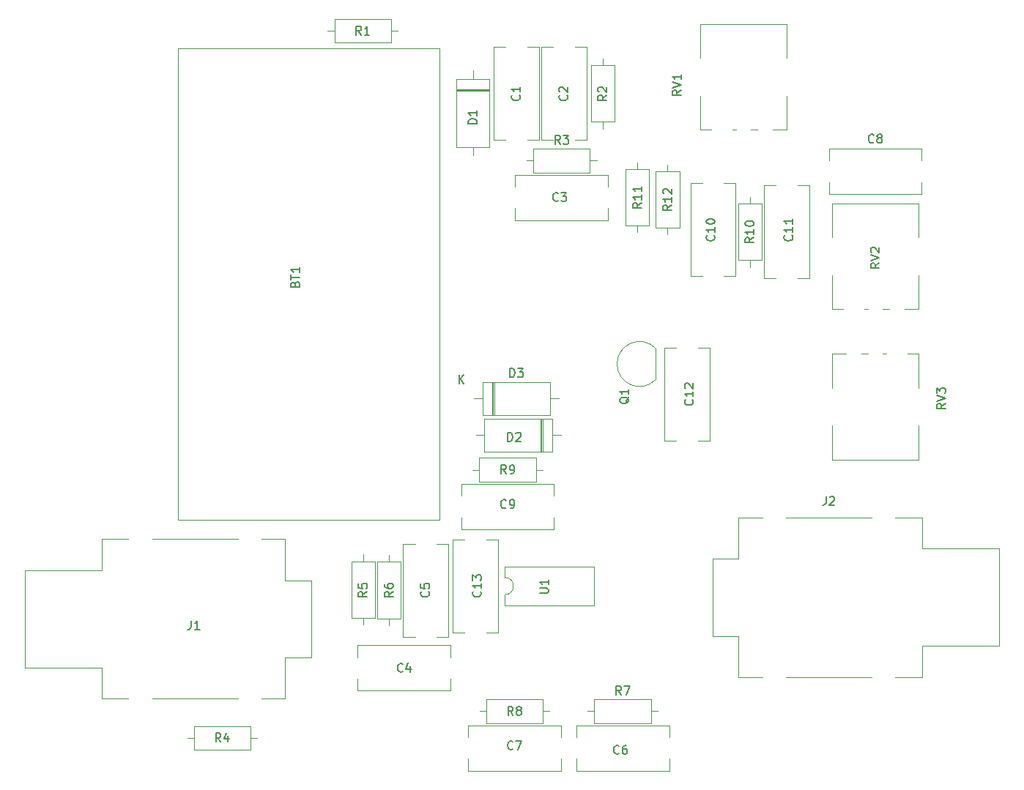
<source format=gbr>
%TF.GenerationSoftware,KiCad,Pcbnew,7.0.7*%
%TF.CreationDate,2024-03-10T16:06:42-05:00*%
%TF.ProjectId,Distortion,44697374-6f72-4746-996f-6e2e6b696361,rev?*%
%TF.SameCoordinates,Original*%
%TF.FileFunction,Legend,Top*%
%TF.FilePolarity,Positive*%
%FSLAX46Y46*%
G04 Gerber Fmt 4.6, Leading zero omitted, Abs format (unit mm)*
G04 Created by KiCad (PCBNEW 7.0.7) date 2024-03-10 16:06:42*
%MOMM*%
%LPD*%
G01*
G04 APERTURE LIST*
%ADD10C,0.150000*%
%ADD11C,0.120000*%
G04 APERTURE END LIST*
D10*
X167204819Y-120761904D02*
X168014342Y-120761904D01*
X168014342Y-120761904D02*
X168109580Y-120714285D01*
X168109580Y-120714285D02*
X168157200Y-120666666D01*
X168157200Y-120666666D02*
X168204819Y-120571428D01*
X168204819Y-120571428D02*
X168204819Y-120380952D01*
X168204819Y-120380952D02*
X168157200Y-120285714D01*
X168157200Y-120285714D02*
X168109580Y-120238095D01*
X168109580Y-120238095D02*
X168014342Y-120190476D01*
X168014342Y-120190476D02*
X167204819Y-120190476D01*
X168204819Y-119190476D02*
X168204819Y-119761904D01*
X168204819Y-119476190D02*
X167204819Y-119476190D01*
X167204819Y-119476190D02*
X167347676Y-119571428D01*
X167347676Y-119571428D02*
X167442914Y-119666666D01*
X167442914Y-119666666D02*
X167490533Y-119761904D01*
X214104819Y-98845238D02*
X213628628Y-99178571D01*
X214104819Y-99416666D02*
X213104819Y-99416666D01*
X213104819Y-99416666D02*
X213104819Y-99035714D01*
X213104819Y-99035714D02*
X213152438Y-98940476D01*
X213152438Y-98940476D02*
X213200057Y-98892857D01*
X213200057Y-98892857D02*
X213295295Y-98845238D01*
X213295295Y-98845238D02*
X213438152Y-98845238D01*
X213438152Y-98845238D02*
X213533390Y-98892857D01*
X213533390Y-98892857D02*
X213581009Y-98940476D01*
X213581009Y-98940476D02*
X213628628Y-99035714D01*
X213628628Y-99035714D02*
X213628628Y-99416666D01*
X213104819Y-98559523D02*
X214104819Y-98226190D01*
X214104819Y-98226190D02*
X213104819Y-97892857D01*
X213104819Y-97654761D02*
X213104819Y-97035714D01*
X213104819Y-97035714D02*
X213485771Y-97369047D01*
X213485771Y-97369047D02*
X213485771Y-97226190D01*
X213485771Y-97226190D02*
X213533390Y-97130952D01*
X213533390Y-97130952D02*
X213581009Y-97083333D01*
X213581009Y-97083333D02*
X213676247Y-97035714D01*
X213676247Y-97035714D02*
X213914342Y-97035714D01*
X213914342Y-97035714D02*
X214009580Y-97083333D01*
X214009580Y-97083333D02*
X214057200Y-97130952D01*
X214057200Y-97130952D02*
X214104819Y-97226190D01*
X214104819Y-97226190D02*
X214104819Y-97511904D01*
X214104819Y-97511904D02*
X214057200Y-97607142D01*
X214057200Y-97607142D02*
X214009580Y-97654761D01*
X206454819Y-82595238D02*
X205978628Y-82928571D01*
X206454819Y-83166666D02*
X205454819Y-83166666D01*
X205454819Y-83166666D02*
X205454819Y-82785714D01*
X205454819Y-82785714D02*
X205502438Y-82690476D01*
X205502438Y-82690476D02*
X205550057Y-82642857D01*
X205550057Y-82642857D02*
X205645295Y-82595238D01*
X205645295Y-82595238D02*
X205788152Y-82595238D01*
X205788152Y-82595238D02*
X205883390Y-82642857D01*
X205883390Y-82642857D02*
X205931009Y-82690476D01*
X205931009Y-82690476D02*
X205978628Y-82785714D01*
X205978628Y-82785714D02*
X205978628Y-83166666D01*
X205454819Y-82309523D02*
X206454819Y-81976190D01*
X206454819Y-81976190D02*
X205454819Y-81642857D01*
X205550057Y-81357142D02*
X205502438Y-81309523D01*
X205502438Y-81309523D02*
X205454819Y-81214285D01*
X205454819Y-81214285D02*
X205454819Y-80976190D01*
X205454819Y-80976190D02*
X205502438Y-80880952D01*
X205502438Y-80880952D02*
X205550057Y-80833333D01*
X205550057Y-80833333D02*
X205645295Y-80785714D01*
X205645295Y-80785714D02*
X205740533Y-80785714D01*
X205740533Y-80785714D02*
X205883390Y-80833333D01*
X205883390Y-80833333D02*
X206454819Y-81404761D01*
X206454819Y-81404761D02*
X206454819Y-80785714D01*
X183554819Y-62595238D02*
X183078628Y-62928571D01*
X183554819Y-63166666D02*
X182554819Y-63166666D01*
X182554819Y-63166666D02*
X182554819Y-62785714D01*
X182554819Y-62785714D02*
X182602438Y-62690476D01*
X182602438Y-62690476D02*
X182650057Y-62642857D01*
X182650057Y-62642857D02*
X182745295Y-62595238D01*
X182745295Y-62595238D02*
X182888152Y-62595238D01*
X182888152Y-62595238D02*
X182983390Y-62642857D01*
X182983390Y-62642857D02*
X183031009Y-62690476D01*
X183031009Y-62690476D02*
X183078628Y-62785714D01*
X183078628Y-62785714D02*
X183078628Y-63166666D01*
X182554819Y-62309523D02*
X183554819Y-61976190D01*
X183554819Y-61976190D02*
X182554819Y-61642857D01*
X183554819Y-60785714D02*
X183554819Y-61357142D01*
X183554819Y-61071428D02*
X182554819Y-61071428D01*
X182554819Y-61071428D02*
X182697676Y-61166666D01*
X182697676Y-61166666D02*
X182792914Y-61261904D01*
X182792914Y-61261904D02*
X182840533Y-61357142D01*
X182454819Y-75892857D02*
X181978628Y-76226190D01*
X182454819Y-76464285D02*
X181454819Y-76464285D01*
X181454819Y-76464285D02*
X181454819Y-76083333D01*
X181454819Y-76083333D02*
X181502438Y-75988095D01*
X181502438Y-75988095D02*
X181550057Y-75940476D01*
X181550057Y-75940476D02*
X181645295Y-75892857D01*
X181645295Y-75892857D02*
X181788152Y-75892857D01*
X181788152Y-75892857D02*
X181883390Y-75940476D01*
X181883390Y-75940476D02*
X181931009Y-75988095D01*
X181931009Y-75988095D02*
X181978628Y-76083333D01*
X181978628Y-76083333D02*
X181978628Y-76464285D01*
X182454819Y-74940476D02*
X182454819Y-75511904D01*
X182454819Y-75226190D02*
X181454819Y-75226190D01*
X181454819Y-75226190D02*
X181597676Y-75321428D01*
X181597676Y-75321428D02*
X181692914Y-75416666D01*
X181692914Y-75416666D02*
X181740533Y-75511904D01*
X181550057Y-74559523D02*
X181502438Y-74511904D01*
X181502438Y-74511904D02*
X181454819Y-74416666D01*
X181454819Y-74416666D02*
X181454819Y-74178571D01*
X181454819Y-74178571D02*
X181502438Y-74083333D01*
X181502438Y-74083333D02*
X181550057Y-74035714D01*
X181550057Y-74035714D02*
X181645295Y-73988095D01*
X181645295Y-73988095D02*
X181740533Y-73988095D01*
X181740533Y-73988095D02*
X181883390Y-74035714D01*
X181883390Y-74035714D02*
X182454819Y-74607142D01*
X182454819Y-74607142D02*
X182454819Y-73988095D01*
X178954819Y-75642857D02*
X178478628Y-75976190D01*
X178954819Y-76214285D02*
X177954819Y-76214285D01*
X177954819Y-76214285D02*
X177954819Y-75833333D01*
X177954819Y-75833333D02*
X178002438Y-75738095D01*
X178002438Y-75738095D02*
X178050057Y-75690476D01*
X178050057Y-75690476D02*
X178145295Y-75642857D01*
X178145295Y-75642857D02*
X178288152Y-75642857D01*
X178288152Y-75642857D02*
X178383390Y-75690476D01*
X178383390Y-75690476D02*
X178431009Y-75738095D01*
X178431009Y-75738095D02*
X178478628Y-75833333D01*
X178478628Y-75833333D02*
X178478628Y-76214285D01*
X178954819Y-74690476D02*
X178954819Y-75261904D01*
X178954819Y-74976190D02*
X177954819Y-74976190D01*
X177954819Y-74976190D02*
X178097676Y-75071428D01*
X178097676Y-75071428D02*
X178192914Y-75166666D01*
X178192914Y-75166666D02*
X178240533Y-75261904D01*
X178954819Y-73738095D02*
X178954819Y-74309523D01*
X178954819Y-74023809D02*
X177954819Y-74023809D01*
X177954819Y-74023809D02*
X178097676Y-74119047D01*
X178097676Y-74119047D02*
X178192914Y-74214285D01*
X178192914Y-74214285D02*
X178240533Y-74309523D01*
X191954819Y-79642857D02*
X191478628Y-79976190D01*
X191954819Y-80214285D02*
X190954819Y-80214285D01*
X190954819Y-80214285D02*
X190954819Y-79833333D01*
X190954819Y-79833333D02*
X191002438Y-79738095D01*
X191002438Y-79738095D02*
X191050057Y-79690476D01*
X191050057Y-79690476D02*
X191145295Y-79642857D01*
X191145295Y-79642857D02*
X191288152Y-79642857D01*
X191288152Y-79642857D02*
X191383390Y-79690476D01*
X191383390Y-79690476D02*
X191431009Y-79738095D01*
X191431009Y-79738095D02*
X191478628Y-79833333D01*
X191478628Y-79833333D02*
X191478628Y-80214285D01*
X191954819Y-78690476D02*
X191954819Y-79261904D01*
X191954819Y-78976190D02*
X190954819Y-78976190D01*
X190954819Y-78976190D02*
X191097676Y-79071428D01*
X191097676Y-79071428D02*
X191192914Y-79166666D01*
X191192914Y-79166666D02*
X191240533Y-79261904D01*
X190954819Y-78071428D02*
X190954819Y-77976190D01*
X190954819Y-77976190D02*
X191002438Y-77880952D01*
X191002438Y-77880952D02*
X191050057Y-77833333D01*
X191050057Y-77833333D02*
X191145295Y-77785714D01*
X191145295Y-77785714D02*
X191335771Y-77738095D01*
X191335771Y-77738095D02*
X191573866Y-77738095D01*
X191573866Y-77738095D02*
X191764342Y-77785714D01*
X191764342Y-77785714D02*
X191859580Y-77833333D01*
X191859580Y-77833333D02*
X191907200Y-77880952D01*
X191907200Y-77880952D02*
X191954819Y-77976190D01*
X191954819Y-77976190D02*
X191954819Y-78071428D01*
X191954819Y-78071428D02*
X191907200Y-78166666D01*
X191907200Y-78166666D02*
X191859580Y-78214285D01*
X191859580Y-78214285D02*
X191764342Y-78261904D01*
X191764342Y-78261904D02*
X191573866Y-78309523D01*
X191573866Y-78309523D02*
X191335771Y-78309523D01*
X191335771Y-78309523D02*
X191145295Y-78261904D01*
X191145295Y-78261904D02*
X191050057Y-78214285D01*
X191050057Y-78214285D02*
X191002438Y-78166666D01*
X191002438Y-78166666D02*
X190954819Y-78071428D01*
X163333333Y-106954819D02*
X163000000Y-106478628D01*
X162761905Y-106954819D02*
X162761905Y-105954819D01*
X162761905Y-105954819D02*
X163142857Y-105954819D01*
X163142857Y-105954819D02*
X163238095Y-106002438D01*
X163238095Y-106002438D02*
X163285714Y-106050057D01*
X163285714Y-106050057D02*
X163333333Y-106145295D01*
X163333333Y-106145295D02*
X163333333Y-106288152D01*
X163333333Y-106288152D02*
X163285714Y-106383390D01*
X163285714Y-106383390D02*
X163238095Y-106431009D01*
X163238095Y-106431009D02*
X163142857Y-106478628D01*
X163142857Y-106478628D02*
X162761905Y-106478628D01*
X163809524Y-106954819D02*
X164000000Y-106954819D01*
X164000000Y-106954819D02*
X164095238Y-106907200D01*
X164095238Y-106907200D02*
X164142857Y-106859580D01*
X164142857Y-106859580D02*
X164238095Y-106716723D01*
X164238095Y-106716723D02*
X164285714Y-106526247D01*
X164285714Y-106526247D02*
X164285714Y-106145295D01*
X164285714Y-106145295D02*
X164238095Y-106050057D01*
X164238095Y-106050057D02*
X164190476Y-106002438D01*
X164190476Y-106002438D02*
X164095238Y-105954819D01*
X164095238Y-105954819D02*
X163904762Y-105954819D01*
X163904762Y-105954819D02*
X163809524Y-106002438D01*
X163809524Y-106002438D02*
X163761905Y-106050057D01*
X163761905Y-106050057D02*
X163714286Y-106145295D01*
X163714286Y-106145295D02*
X163714286Y-106383390D01*
X163714286Y-106383390D02*
X163761905Y-106478628D01*
X163761905Y-106478628D02*
X163809524Y-106526247D01*
X163809524Y-106526247D02*
X163904762Y-106573866D01*
X163904762Y-106573866D02*
X164095238Y-106573866D01*
X164095238Y-106573866D02*
X164190476Y-106526247D01*
X164190476Y-106526247D02*
X164238095Y-106478628D01*
X164238095Y-106478628D02*
X164285714Y-106383390D01*
X164133333Y-134879819D02*
X163800000Y-134403628D01*
X163561905Y-134879819D02*
X163561905Y-133879819D01*
X163561905Y-133879819D02*
X163942857Y-133879819D01*
X163942857Y-133879819D02*
X164038095Y-133927438D01*
X164038095Y-133927438D02*
X164085714Y-133975057D01*
X164085714Y-133975057D02*
X164133333Y-134070295D01*
X164133333Y-134070295D02*
X164133333Y-134213152D01*
X164133333Y-134213152D02*
X164085714Y-134308390D01*
X164085714Y-134308390D02*
X164038095Y-134356009D01*
X164038095Y-134356009D02*
X163942857Y-134403628D01*
X163942857Y-134403628D02*
X163561905Y-134403628D01*
X164704762Y-134308390D02*
X164609524Y-134260771D01*
X164609524Y-134260771D02*
X164561905Y-134213152D01*
X164561905Y-134213152D02*
X164514286Y-134117914D01*
X164514286Y-134117914D02*
X164514286Y-134070295D01*
X164514286Y-134070295D02*
X164561905Y-133975057D01*
X164561905Y-133975057D02*
X164609524Y-133927438D01*
X164609524Y-133927438D02*
X164704762Y-133879819D01*
X164704762Y-133879819D02*
X164895238Y-133879819D01*
X164895238Y-133879819D02*
X164990476Y-133927438D01*
X164990476Y-133927438D02*
X165038095Y-133975057D01*
X165038095Y-133975057D02*
X165085714Y-134070295D01*
X165085714Y-134070295D02*
X165085714Y-134117914D01*
X165085714Y-134117914D02*
X165038095Y-134213152D01*
X165038095Y-134213152D02*
X164990476Y-134260771D01*
X164990476Y-134260771D02*
X164895238Y-134308390D01*
X164895238Y-134308390D02*
X164704762Y-134308390D01*
X164704762Y-134308390D02*
X164609524Y-134356009D01*
X164609524Y-134356009D02*
X164561905Y-134403628D01*
X164561905Y-134403628D02*
X164514286Y-134498866D01*
X164514286Y-134498866D02*
X164514286Y-134689342D01*
X164514286Y-134689342D02*
X164561905Y-134784580D01*
X164561905Y-134784580D02*
X164609524Y-134832200D01*
X164609524Y-134832200D02*
X164704762Y-134879819D01*
X164704762Y-134879819D02*
X164895238Y-134879819D01*
X164895238Y-134879819D02*
X164990476Y-134832200D01*
X164990476Y-134832200D02*
X165038095Y-134784580D01*
X165038095Y-134784580D02*
X165085714Y-134689342D01*
X165085714Y-134689342D02*
X165085714Y-134498866D01*
X165085714Y-134498866D02*
X165038095Y-134403628D01*
X165038095Y-134403628D02*
X164990476Y-134356009D01*
X164990476Y-134356009D02*
X164895238Y-134308390D01*
X176633333Y-132509819D02*
X176300000Y-132033628D01*
X176061905Y-132509819D02*
X176061905Y-131509819D01*
X176061905Y-131509819D02*
X176442857Y-131509819D01*
X176442857Y-131509819D02*
X176538095Y-131557438D01*
X176538095Y-131557438D02*
X176585714Y-131605057D01*
X176585714Y-131605057D02*
X176633333Y-131700295D01*
X176633333Y-131700295D02*
X176633333Y-131843152D01*
X176633333Y-131843152D02*
X176585714Y-131938390D01*
X176585714Y-131938390D02*
X176538095Y-131986009D01*
X176538095Y-131986009D02*
X176442857Y-132033628D01*
X176442857Y-132033628D02*
X176061905Y-132033628D01*
X176966667Y-131509819D02*
X177633333Y-131509819D01*
X177633333Y-131509819D02*
X177204762Y-132509819D01*
X150254819Y-120591666D02*
X149778628Y-120924999D01*
X150254819Y-121163094D02*
X149254819Y-121163094D01*
X149254819Y-121163094D02*
X149254819Y-120782142D01*
X149254819Y-120782142D02*
X149302438Y-120686904D01*
X149302438Y-120686904D02*
X149350057Y-120639285D01*
X149350057Y-120639285D02*
X149445295Y-120591666D01*
X149445295Y-120591666D02*
X149588152Y-120591666D01*
X149588152Y-120591666D02*
X149683390Y-120639285D01*
X149683390Y-120639285D02*
X149731009Y-120686904D01*
X149731009Y-120686904D02*
X149778628Y-120782142D01*
X149778628Y-120782142D02*
X149778628Y-121163094D01*
X149254819Y-119734523D02*
X149254819Y-119924999D01*
X149254819Y-119924999D02*
X149302438Y-120020237D01*
X149302438Y-120020237D02*
X149350057Y-120067856D01*
X149350057Y-120067856D02*
X149492914Y-120163094D01*
X149492914Y-120163094D02*
X149683390Y-120210713D01*
X149683390Y-120210713D02*
X150064342Y-120210713D01*
X150064342Y-120210713D02*
X150159580Y-120163094D01*
X150159580Y-120163094D02*
X150207200Y-120115475D01*
X150207200Y-120115475D02*
X150254819Y-120020237D01*
X150254819Y-120020237D02*
X150254819Y-119829761D01*
X150254819Y-119829761D02*
X150207200Y-119734523D01*
X150207200Y-119734523D02*
X150159580Y-119686904D01*
X150159580Y-119686904D02*
X150064342Y-119639285D01*
X150064342Y-119639285D02*
X149826247Y-119639285D01*
X149826247Y-119639285D02*
X149731009Y-119686904D01*
X149731009Y-119686904D02*
X149683390Y-119734523D01*
X149683390Y-119734523D02*
X149635771Y-119829761D01*
X149635771Y-119829761D02*
X149635771Y-120020237D01*
X149635771Y-120020237D02*
X149683390Y-120115475D01*
X149683390Y-120115475D02*
X149731009Y-120163094D01*
X149731009Y-120163094D02*
X149826247Y-120210713D01*
X147254819Y-120591666D02*
X146778628Y-120924999D01*
X147254819Y-121163094D02*
X146254819Y-121163094D01*
X146254819Y-121163094D02*
X146254819Y-120782142D01*
X146254819Y-120782142D02*
X146302438Y-120686904D01*
X146302438Y-120686904D02*
X146350057Y-120639285D01*
X146350057Y-120639285D02*
X146445295Y-120591666D01*
X146445295Y-120591666D02*
X146588152Y-120591666D01*
X146588152Y-120591666D02*
X146683390Y-120639285D01*
X146683390Y-120639285D02*
X146731009Y-120686904D01*
X146731009Y-120686904D02*
X146778628Y-120782142D01*
X146778628Y-120782142D02*
X146778628Y-121163094D01*
X146254819Y-119686904D02*
X146254819Y-120163094D01*
X146254819Y-120163094D02*
X146731009Y-120210713D01*
X146731009Y-120210713D02*
X146683390Y-120163094D01*
X146683390Y-120163094D02*
X146635771Y-120067856D01*
X146635771Y-120067856D02*
X146635771Y-119829761D01*
X146635771Y-119829761D02*
X146683390Y-119734523D01*
X146683390Y-119734523D02*
X146731009Y-119686904D01*
X146731009Y-119686904D02*
X146826247Y-119639285D01*
X146826247Y-119639285D02*
X147064342Y-119639285D01*
X147064342Y-119639285D02*
X147159580Y-119686904D01*
X147159580Y-119686904D02*
X147207200Y-119734523D01*
X147207200Y-119734523D02*
X147254819Y-119829761D01*
X147254819Y-119829761D02*
X147254819Y-120067856D01*
X147254819Y-120067856D02*
X147207200Y-120163094D01*
X147207200Y-120163094D02*
X147159580Y-120210713D01*
X130333333Y-137954819D02*
X130000000Y-137478628D01*
X129761905Y-137954819D02*
X129761905Y-136954819D01*
X129761905Y-136954819D02*
X130142857Y-136954819D01*
X130142857Y-136954819D02*
X130238095Y-137002438D01*
X130238095Y-137002438D02*
X130285714Y-137050057D01*
X130285714Y-137050057D02*
X130333333Y-137145295D01*
X130333333Y-137145295D02*
X130333333Y-137288152D01*
X130333333Y-137288152D02*
X130285714Y-137383390D01*
X130285714Y-137383390D02*
X130238095Y-137431009D01*
X130238095Y-137431009D02*
X130142857Y-137478628D01*
X130142857Y-137478628D02*
X129761905Y-137478628D01*
X131190476Y-137288152D02*
X131190476Y-137954819D01*
X130952381Y-136907200D02*
X130714286Y-137621485D01*
X130714286Y-137621485D02*
X131333333Y-137621485D01*
X169583333Y-68834819D02*
X169250000Y-68358628D01*
X169011905Y-68834819D02*
X169011905Y-67834819D01*
X169011905Y-67834819D02*
X169392857Y-67834819D01*
X169392857Y-67834819D02*
X169488095Y-67882438D01*
X169488095Y-67882438D02*
X169535714Y-67930057D01*
X169535714Y-67930057D02*
X169583333Y-68025295D01*
X169583333Y-68025295D02*
X169583333Y-68168152D01*
X169583333Y-68168152D02*
X169535714Y-68263390D01*
X169535714Y-68263390D02*
X169488095Y-68311009D01*
X169488095Y-68311009D02*
X169392857Y-68358628D01*
X169392857Y-68358628D02*
X169011905Y-68358628D01*
X169916667Y-67834819D02*
X170535714Y-67834819D01*
X170535714Y-67834819D02*
X170202381Y-68215771D01*
X170202381Y-68215771D02*
X170345238Y-68215771D01*
X170345238Y-68215771D02*
X170440476Y-68263390D01*
X170440476Y-68263390D02*
X170488095Y-68311009D01*
X170488095Y-68311009D02*
X170535714Y-68406247D01*
X170535714Y-68406247D02*
X170535714Y-68644342D01*
X170535714Y-68644342D02*
X170488095Y-68739580D01*
X170488095Y-68739580D02*
X170440476Y-68787200D01*
X170440476Y-68787200D02*
X170345238Y-68834819D01*
X170345238Y-68834819D02*
X170059524Y-68834819D01*
X170059524Y-68834819D02*
X169964286Y-68787200D01*
X169964286Y-68787200D02*
X169916667Y-68739580D01*
X174954819Y-63166666D02*
X174478628Y-63499999D01*
X174954819Y-63738094D02*
X173954819Y-63738094D01*
X173954819Y-63738094D02*
X173954819Y-63357142D01*
X173954819Y-63357142D02*
X174002438Y-63261904D01*
X174002438Y-63261904D02*
X174050057Y-63214285D01*
X174050057Y-63214285D02*
X174145295Y-63166666D01*
X174145295Y-63166666D02*
X174288152Y-63166666D01*
X174288152Y-63166666D02*
X174383390Y-63214285D01*
X174383390Y-63214285D02*
X174431009Y-63261904D01*
X174431009Y-63261904D02*
X174478628Y-63357142D01*
X174478628Y-63357142D02*
X174478628Y-63738094D01*
X174050057Y-62785713D02*
X174002438Y-62738094D01*
X174002438Y-62738094D02*
X173954819Y-62642856D01*
X173954819Y-62642856D02*
X173954819Y-62404761D01*
X173954819Y-62404761D02*
X174002438Y-62309523D01*
X174002438Y-62309523D02*
X174050057Y-62261904D01*
X174050057Y-62261904D02*
X174145295Y-62214285D01*
X174145295Y-62214285D02*
X174240533Y-62214285D01*
X174240533Y-62214285D02*
X174383390Y-62261904D01*
X174383390Y-62261904D02*
X174954819Y-62833332D01*
X174954819Y-62833332D02*
X174954819Y-62214285D01*
X146583333Y-56204819D02*
X146250000Y-55728628D01*
X146011905Y-56204819D02*
X146011905Y-55204819D01*
X146011905Y-55204819D02*
X146392857Y-55204819D01*
X146392857Y-55204819D02*
X146488095Y-55252438D01*
X146488095Y-55252438D02*
X146535714Y-55300057D01*
X146535714Y-55300057D02*
X146583333Y-55395295D01*
X146583333Y-55395295D02*
X146583333Y-55538152D01*
X146583333Y-55538152D02*
X146535714Y-55633390D01*
X146535714Y-55633390D02*
X146488095Y-55681009D01*
X146488095Y-55681009D02*
X146392857Y-55728628D01*
X146392857Y-55728628D02*
X146011905Y-55728628D01*
X147535714Y-56204819D02*
X146964286Y-56204819D01*
X147250000Y-56204819D02*
X147250000Y-55204819D01*
X147250000Y-55204819D02*
X147154762Y-55347676D01*
X147154762Y-55347676D02*
X147059524Y-55442914D01*
X147059524Y-55442914D02*
X146964286Y-55490533D01*
X177550057Y-98095238D02*
X177502438Y-98190476D01*
X177502438Y-98190476D02*
X177407200Y-98285714D01*
X177407200Y-98285714D02*
X177264342Y-98428571D01*
X177264342Y-98428571D02*
X177216723Y-98523809D01*
X177216723Y-98523809D02*
X177216723Y-98619047D01*
X177454819Y-98571428D02*
X177407200Y-98666666D01*
X177407200Y-98666666D02*
X177311961Y-98761904D01*
X177311961Y-98761904D02*
X177121485Y-98809523D01*
X177121485Y-98809523D02*
X176788152Y-98809523D01*
X176788152Y-98809523D02*
X176597676Y-98761904D01*
X176597676Y-98761904D02*
X176502438Y-98666666D01*
X176502438Y-98666666D02*
X176454819Y-98571428D01*
X176454819Y-98571428D02*
X176454819Y-98380952D01*
X176454819Y-98380952D02*
X176502438Y-98285714D01*
X176502438Y-98285714D02*
X176597676Y-98190476D01*
X176597676Y-98190476D02*
X176788152Y-98142857D01*
X176788152Y-98142857D02*
X177121485Y-98142857D01*
X177121485Y-98142857D02*
X177311961Y-98190476D01*
X177311961Y-98190476D02*
X177407200Y-98285714D01*
X177407200Y-98285714D02*
X177454819Y-98380952D01*
X177454819Y-98380952D02*
X177454819Y-98571428D01*
X177454819Y-97190476D02*
X177454819Y-97761904D01*
X177454819Y-97476190D02*
X176454819Y-97476190D01*
X176454819Y-97476190D02*
X176597676Y-97571428D01*
X176597676Y-97571428D02*
X176692914Y-97666666D01*
X176692914Y-97666666D02*
X176740533Y-97761904D01*
X200291666Y-109589819D02*
X200291666Y-110304104D01*
X200291666Y-110304104D02*
X200244047Y-110446961D01*
X200244047Y-110446961D02*
X200148809Y-110542200D01*
X200148809Y-110542200D02*
X200005952Y-110589819D01*
X200005952Y-110589819D02*
X199910714Y-110589819D01*
X200720238Y-109685057D02*
X200767857Y-109637438D01*
X200767857Y-109637438D02*
X200863095Y-109589819D01*
X200863095Y-109589819D02*
X201101190Y-109589819D01*
X201101190Y-109589819D02*
X201196428Y-109637438D01*
X201196428Y-109637438D02*
X201244047Y-109685057D01*
X201244047Y-109685057D02*
X201291666Y-109780295D01*
X201291666Y-109780295D02*
X201291666Y-109875533D01*
X201291666Y-109875533D02*
X201244047Y-110018390D01*
X201244047Y-110018390D02*
X200672619Y-110589819D01*
X200672619Y-110589819D02*
X201291666Y-110589819D01*
X126916666Y-123954819D02*
X126916666Y-124669104D01*
X126916666Y-124669104D02*
X126869047Y-124811961D01*
X126869047Y-124811961D02*
X126773809Y-124907200D01*
X126773809Y-124907200D02*
X126630952Y-124954819D01*
X126630952Y-124954819D02*
X126535714Y-124954819D01*
X127916666Y-124954819D02*
X127345238Y-124954819D01*
X127630952Y-124954819D02*
X127630952Y-123954819D01*
X127630952Y-123954819D02*
X127535714Y-124097676D01*
X127535714Y-124097676D02*
X127440476Y-124192914D01*
X127440476Y-124192914D02*
X127345238Y-124240533D01*
X163761905Y-95784819D02*
X163761905Y-94784819D01*
X163761905Y-94784819D02*
X164000000Y-94784819D01*
X164000000Y-94784819D02*
X164142857Y-94832438D01*
X164142857Y-94832438D02*
X164238095Y-94927676D01*
X164238095Y-94927676D02*
X164285714Y-95022914D01*
X164285714Y-95022914D02*
X164333333Y-95213390D01*
X164333333Y-95213390D02*
X164333333Y-95356247D01*
X164333333Y-95356247D02*
X164285714Y-95546723D01*
X164285714Y-95546723D02*
X164238095Y-95641961D01*
X164238095Y-95641961D02*
X164142857Y-95737200D01*
X164142857Y-95737200D02*
X164000000Y-95784819D01*
X164000000Y-95784819D02*
X163761905Y-95784819D01*
X164666667Y-94784819D02*
X165285714Y-94784819D01*
X165285714Y-94784819D02*
X164952381Y-95165771D01*
X164952381Y-95165771D02*
X165095238Y-95165771D01*
X165095238Y-95165771D02*
X165190476Y-95213390D01*
X165190476Y-95213390D02*
X165238095Y-95261009D01*
X165238095Y-95261009D02*
X165285714Y-95356247D01*
X165285714Y-95356247D02*
X165285714Y-95594342D01*
X165285714Y-95594342D02*
X165238095Y-95689580D01*
X165238095Y-95689580D02*
X165190476Y-95737200D01*
X165190476Y-95737200D02*
X165095238Y-95784819D01*
X165095238Y-95784819D02*
X164809524Y-95784819D01*
X164809524Y-95784819D02*
X164714286Y-95737200D01*
X164714286Y-95737200D02*
X164666667Y-95689580D01*
X157888095Y-96504819D02*
X157888095Y-95504819D01*
X158459523Y-96504819D02*
X158030952Y-95933390D01*
X158459523Y-95504819D02*
X157888095Y-96076247D01*
X163511905Y-103204819D02*
X163511905Y-102204819D01*
X163511905Y-102204819D02*
X163750000Y-102204819D01*
X163750000Y-102204819D02*
X163892857Y-102252438D01*
X163892857Y-102252438D02*
X163988095Y-102347676D01*
X163988095Y-102347676D02*
X164035714Y-102442914D01*
X164035714Y-102442914D02*
X164083333Y-102633390D01*
X164083333Y-102633390D02*
X164083333Y-102776247D01*
X164083333Y-102776247D02*
X164035714Y-102966723D01*
X164035714Y-102966723D02*
X163988095Y-103061961D01*
X163988095Y-103061961D02*
X163892857Y-103157200D01*
X163892857Y-103157200D02*
X163750000Y-103204819D01*
X163750000Y-103204819D02*
X163511905Y-103204819D01*
X164464286Y-102300057D02*
X164511905Y-102252438D01*
X164511905Y-102252438D02*
X164607143Y-102204819D01*
X164607143Y-102204819D02*
X164845238Y-102204819D01*
X164845238Y-102204819D02*
X164940476Y-102252438D01*
X164940476Y-102252438D02*
X164988095Y-102300057D01*
X164988095Y-102300057D02*
X165035714Y-102395295D01*
X165035714Y-102395295D02*
X165035714Y-102490533D01*
X165035714Y-102490533D02*
X164988095Y-102633390D01*
X164988095Y-102633390D02*
X164416667Y-103204819D01*
X164416667Y-103204819D02*
X165035714Y-103204819D01*
X159954819Y-66488094D02*
X158954819Y-66488094D01*
X158954819Y-66488094D02*
X158954819Y-66249999D01*
X158954819Y-66249999D02*
X159002438Y-66107142D01*
X159002438Y-66107142D02*
X159097676Y-66011904D01*
X159097676Y-66011904D02*
X159192914Y-65964285D01*
X159192914Y-65964285D02*
X159383390Y-65916666D01*
X159383390Y-65916666D02*
X159526247Y-65916666D01*
X159526247Y-65916666D02*
X159716723Y-65964285D01*
X159716723Y-65964285D02*
X159811961Y-66011904D01*
X159811961Y-66011904D02*
X159907200Y-66107142D01*
X159907200Y-66107142D02*
X159954819Y-66249999D01*
X159954819Y-66249999D02*
X159954819Y-66488094D01*
X159954819Y-64964285D02*
X159954819Y-65535713D01*
X159954819Y-65249999D02*
X158954819Y-65249999D01*
X158954819Y-65249999D02*
X159097676Y-65345237D01*
X159097676Y-65345237D02*
X159192914Y-65440475D01*
X159192914Y-65440475D02*
X159240533Y-65535713D01*
X160359580Y-120567857D02*
X160407200Y-120615476D01*
X160407200Y-120615476D02*
X160454819Y-120758333D01*
X160454819Y-120758333D02*
X160454819Y-120853571D01*
X160454819Y-120853571D02*
X160407200Y-120996428D01*
X160407200Y-120996428D02*
X160311961Y-121091666D01*
X160311961Y-121091666D02*
X160216723Y-121139285D01*
X160216723Y-121139285D02*
X160026247Y-121186904D01*
X160026247Y-121186904D02*
X159883390Y-121186904D01*
X159883390Y-121186904D02*
X159692914Y-121139285D01*
X159692914Y-121139285D02*
X159597676Y-121091666D01*
X159597676Y-121091666D02*
X159502438Y-120996428D01*
X159502438Y-120996428D02*
X159454819Y-120853571D01*
X159454819Y-120853571D02*
X159454819Y-120758333D01*
X159454819Y-120758333D02*
X159502438Y-120615476D01*
X159502438Y-120615476D02*
X159550057Y-120567857D01*
X160454819Y-119615476D02*
X160454819Y-120186904D01*
X160454819Y-119901190D02*
X159454819Y-119901190D01*
X159454819Y-119901190D02*
X159597676Y-119996428D01*
X159597676Y-119996428D02*
X159692914Y-120091666D01*
X159692914Y-120091666D02*
X159740533Y-120186904D01*
X159454819Y-119282142D02*
X159454819Y-118663095D01*
X159454819Y-118663095D02*
X159835771Y-118996428D01*
X159835771Y-118996428D02*
X159835771Y-118853571D01*
X159835771Y-118853571D02*
X159883390Y-118758333D01*
X159883390Y-118758333D02*
X159931009Y-118710714D01*
X159931009Y-118710714D02*
X160026247Y-118663095D01*
X160026247Y-118663095D02*
X160264342Y-118663095D01*
X160264342Y-118663095D02*
X160359580Y-118710714D01*
X160359580Y-118710714D02*
X160407200Y-118758333D01*
X160407200Y-118758333D02*
X160454819Y-118853571D01*
X160454819Y-118853571D02*
X160454819Y-119139285D01*
X160454819Y-119139285D02*
X160407200Y-119234523D01*
X160407200Y-119234523D02*
X160359580Y-119282142D01*
X184859580Y-98392857D02*
X184907200Y-98440476D01*
X184907200Y-98440476D02*
X184954819Y-98583333D01*
X184954819Y-98583333D02*
X184954819Y-98678571D01*
X184954819Y-98678571D02*
X184907200Y-98821428D01*
X184907200Y-98821428D02*
X184811961Y-98916666D01*
X184811961Y-98916666D02*
X184716723Y-98964285D01*
X184716723Y-98964285D02*
X184526247Y-99011904D01*
X184526247Y-99011904D02*
X184383390Y-99011904D01*
X184383390Y-99011904D02*
X184192914Y-98964285D01*
X184192914Y-98964285D02*
X184097676Y-98916666D01*
X184097676Y-98916666D02*
X184002438Y-98821428D01*
X184002438Y-98821428D02*
X183954819Y-98678571D01*
X183954819Y-98678571D02*
X183954819Y-98583333D01*
X183954819Y-98583333D02*
X184002438Y-98440476D01*
X184002438Y-98440476D02*
X184050057Y-98392857D01*
X184954819Y-97440476D02*
X184954819Y-98011904D01*
X184954819Y-97726190D02*
X183954819Y-97726190D01*
X183954819Y-97726190D02*
X184097676Y-97821428D01*
X184097676Y-97821428D02*
X184192914Y-97916666D01*
X184192914Y-97916666D02*
X184240533Y-98011904D01*
X184050057Y-97059523D02*
X184002438Y-97011904D01*
X184002438Y-97011904D02*
X183954819Y-96916666D01*
X183954819Y-96916666D02*
X183954819Y-96678571D01*
X183954819Y-96678571D02*
X184002438Y-96583333D01*
X184002438Y-96583333D02*
X184050057Y-96535714D01*
X184050057Y-96535714D02*
X184145295Y-96488095D01*
X184145295Y-96488095D02*
X184240533Y-96488095D01*
X184240533Y-96488095D02*
X184383390Y-96535714D01*
X184383390Y-96535714D02*
X184954819Y-97107142D01*
X184954819Y-97107142D02*
X184954819Y-96488095D01*
X196359580Y-79392857D02*
X196407200Y-79440476D01*
X196407200Y-79440476D02*
X196454819Y-79583333D01*
X196454819Y-79583333D02*
X196454819Y-79678571D01*
X196454819Y-79678571D02*
X196407200Y-79821428D01*
X196407200Y-79821428D02*
X196311961Y-79916666D01*
X196311961Y-79916666D02*
X196216723Y-79964285D01*
X196216723Y-79964285D02*
X196026247Y-80011904D01*
X196026247Y-80011904D02*
X195883390Y-80011904D01*
X195883390Y-80011904D02*
X195692914Y-79964285D01*
X195692914Y-79964285D02*
X195597676Y-79916666D01*
X195597676Y-79916666D02*
X195502438Y-79821428D01*
X195502438Y-79821428D02*
X195454819Y-79678571D01*
X195454819Y-79678571D02*
X195454819Y-79583333D01*
X195454819Y-79583333D02*
X195502438Y-79440476D01*
X195502438Y-79440476D02*
X195550057Y-79392857D01*
X196454819Y-78440476D02*
X196454819Y-79011904D01*
X196454819Y-78726190D02*
X195454819Y-78726190D01*
X195454819Y-78726190D02*
X195597676Y-78821428D01*
X195597676Y-78821428D02*
X195692914Y-78916666D01*
X195692914Y-78916666D02*
X195740533Y-79011904D01*
X196454819Y-77488095D02*
X196454819Y-78059523D01*
X196454819Y-77773809D02*
X195454819Y-77773809D01*
X195454819Y-77773809D02*
X195597676Y-77869047D01*
X195597676Y-77869047D02*
X195692914Y-77964285D01*
X195692914Y-77964285D02*
X195740533Y-78059523D01*
X187359580Y-79392857D02*
X187407200Y-79440476D01*
X187407200Y-79440476D02*
X187454819Y-79583333D01*
X187454819Y-79583333D02*
X187454819Y-79678571D01*
X187454819Y-79678571D02*
X187407200Y-79821428D01*
X187407200Y-79821428D02*
X187311961Y-79916666D01*
X187311961Y-79916666D02*
X187216723Y-79964285D01*
X187216723Y-79964285D02*
X187026247Y-80011904D01*
X187026247Y-80011904D02*
X186883390Y-80011904D01*
X186883390Y-80011904D02*
X186692914Y-79964285D01*
X186692914Y-79964285D02*
X186597676Y-79916666D01*
X186597676Y-79916666D02*
X186502438Y-79821428D01*
X186502438Y-79821428D02*
X186454819Y-79678571D01*
X186454819Y-79678571D02*
X186454819Y-79583333D01*
X186454819Y-79583333D02*
X186502438Y-79440476D01*
X186502438Y-79440476D02*
X186550057Y-79392857D01*
X187454819Y-78440476D02*
X187454819Y-79011904D01*
X187454819Y-78726190D02*
X186454819Y-78726190D01*
X186454819Y-78726190D02*
X186597676Y-78821428D01*
X186597676Y-78821428D02*
X186692914Y-78916666D01*
X186692914Y-78916666D02*
X186740533Y-79011904D01*
X186454819Y-77821428D02*
X186454819Y-77726190D01*
X186454819Y-77726190D02*
X186502438Y-77630952D01*
X186502438Y-77630952D02*
X186550057Y-77583333D01*
X186550057Y-77583333D02*
X186645295Y-77535714D01*
X186645295Y-77535714D02*
X186835771Y-77488095D01*
X186835771Y-77488095D02*
X187073866Y-77488095D01*
X187073866Y-77488095D02*
X187264342Y-77535714D01*
X187264342Y-77535714D02*
X187359580Y-77583333D01*
X187359580Y-77583333D02*
X187407200Y-77630952D01*
X187407200Y-77630952D02*
X187454819Y-77726190D01*
X187454819Y-77726190D02*
X187454819Y-77821428D01*
X187454819Y-77821428D02*
X187407200Y-77916666D01*
X187407200Y-77916666D02*
X187359580Y-77964285D01*
X187359580Y-77964285D02*
X187264342Y-78011904D01*
X187264342Y-78011904D02*
X187073866Y-78059523D01*
X187073866Y-78059523D02*
X186835771Y-78059523D01*
X186835771Y-78059523D02*
X186645295Y-78011904D01*
X186645295Y-78011904D02*
X186550057Y-77964285D01*
X186550057Y-77964285D02*
X186502438Y-77916666D01*
X186502438Y-77916666D02*
X186454819Y-77821428D01*
X163333333Y-110859580D02*
X163285714Y-110907200D01*
X163285714Y-110907200D02*
X163142857Y-110954819D01*
X163142857Y-110954819D02*
X163047619Y-110954819D01*
X163047619Y-110954819D02*
X162904762Y-110907200D01*
X162904762Y-110907200D02*
X162809524Y-110811961D01*
X162809524Y-110811961D02*
X162761905Y-110716723D01*
X162761905Y-110716723D02*
X162714286Y-110526247D01*
X162714286Y-110526247D02*
X162714286Y-110383390D01*
X162714286Y-110383390D02*
X162761905Y-110192914D01*
X162761905Y-110192914D02*
X162809524Y-110097676D01*
X162809524Y-110097676D02*
X162904762Y-110002438D01*
X162904762Y-110002438D02*
X163047619Y-109954819D01*
X163047619Y-109954819D02*
X163142857Y-109954819D01*
X163142857Y-109954819D02*
X163285714Y-110002438D01*
X163285714Y-110002438D02*
X163333333Y-110050057D01*
X163809524Y-110954819D02*
X164000000Y-110954819D01*
X164000000Y-110954819D02*
X164095238Y-110907200D01*
X164095238Y-110907200D02*
X164142857Y-110859580D01*
X164142857Y-110859580D02*
X164238095Y-110716723D01*
X164238095Y-110716723D02*
X164285714Y-110526247D01*
X164285714Y-110526247D02*
X164285714Y-110145295D01*
X164285714Y-110145295D02*
X164238095Y-110050057D01*
X164238095Y-110050057D02*
X164190476Y-110002438D01*
X164190476Y-110002438D02*
X164095238Y-109954819D01*
X164095238Y-109954819D02*
X163904762Y-109954819D01*
X163904762Y-109954819D02*
X163809524Y-110002438D01*
X163809524Y-110002438D02*
X163761905Y-110050057D01*
X163761905Y-110050057D02*
X163714286Y-110145295D01*
X163714286Y-110145295D02*
X163714286Y-110383390D01*
X163714286Y-110383390D02*
X163761905Y-110478628D01*
X163761905Y-110478628D02*
X163809524Y-110526247D01*
X163809524Y-110526247D02*
X163904762Y-110573866D01*
X163904762Y-110573866D02*
X164095238Y-110573866D01*
X164095238Y-110573866D02*
X164190476Y-110526247D01*
X164190476Y-110526247D02*
X164238095Y-110478628D01*
X164238095Y-110478628D02*
X164285714Y-110383390D01*
X205833333Y-68609580D02*
X205785714Y-68657200D01*
X205785714Y-68657200D02*
X205642857Y-68704819D01*
X205642857Y-68704819D02*
X205547619Y-68704819D01*
X205547619Y-68704819D02*
X205404762Y-68657200D01*
X205404762Y-68657200D02*
X205309524Y-68561961D01*
X205309524Y-68561961D02*
X205261905Y-68466723D01*
X205261905Y-68466723D02*
X205214286Y-68276247D01*
X205214286Y-68276247D02*
X205214286Y-68133390D01*
X205214286Y-68133390D02*
X205261905Y-67942914D01*
X205261905Y-67942914D02*
X205309524Y-67847676D01*
X205309524Y-67847676D02*
X205404762Y-67752438D01*
X205404762Y-67752438D02*
X205547619Y-67704819D01*
X205547619Y-67704819D02*
X205642857Y-67704819D01*
X205642857Y-67704819D02*
X205785714Y-67752438D01*
X205785714Y-67752438D02*
X205833333Y-67800057D01*
X206404762Y-68133390D02*
X206309524Y-68085771D01*
X206309524Y-68085771D02*
X206261905Y-68038152D01*
X206261905Y-68038152D02*
X206214286Y-67942914D01*
X206214286Y-67942914D02*
X206214286Y-67895295D01*
X206214286Y-67895295D02*
X206261905Y-67800057D01*
X206261905Y-67800057D02*
X206309524Y-67752438D01*
X206309524Y-67752438D02*
X206404762Y-67704819D01*
X206404762Y-67704819D02*
X206595238Y-67704819D01*
X206595238Y-67704819D02*
X206690476Y-67752438D01*
X206690476Y-67752438D02*
X206738095Y-67800057D01*
X206738095Y-67800057D02*
X206785714Y-67895295D01*
X206785714Y-67895295D02*
X206785714Y-67942914D01*
X206785714Y-67942914D02*
X206738095Y-68038152D01*
X206738095Y-68038152D02*
X206690476Y-68085771D01*
X206690476Y-68085771D02*
X206595238Y-68133390D01*
X206595238Y-68133390D02*
X206404762Y-68133390D01*
X206404762Y-68133390D02*
X206309524Y-68181009D01*
X206309524Y-68181009D02*
X206261905Y-68228628D01*
X206261905Y-68228628D02*
X206214286Y-68323866D01*
X206214286Y-68323866D02*
X206214286Y-68514342D01*
X206214286Y-68514342D02*
X206261905Y-68609580D01*
X206261905Y-68609580D02*
X206309524Y-68657200D01*
X206309524Y-68657200D02*
X206404762Y-68704819D01*
X206404762Y-68704819D02*
X206595238Y-68704819D01*
X206595238Y-68704819D02*
X206690476Y-68657200D01*
X206690476Y-68657200D02*
X206738095Y-68609580D01*
X206738095Y-68609580D02*
X206785714Y-68514342D01*
X206785714Y-68514342D02*
X206785714Y-68323866D01*
X206785714Y-68323866D02*
X206738095Y-68228628D01*
X206738095Y-68228628D02*
X206690476Y-68181009D01*
X206690476Y-68181009D02*
X206595238Y-68133390D01*
X164133333Y-138784580D02*
X164085714Y-138832200D01*
X164085714Y-138832200D02*
X163942857Y-138879819D01*
X163942857Y-138879819D02*
X163847619Y-138879819D01*
X163847619Y-138879819D02*
X163704762Y-138832200D01*
X163704762Y-138832200D02*
X163609524Y-138736961D01*
X163609524Y-138736961D02*
X163561905Y-138641723D01*
X163561905Y-138641723D02*
X163514286Y-138451247D01*
X163514286Y-138451247D02*
X163514286Y-138308390D01*
X163514286Y-138308390D02*
X163561905Y-138117914D01*
X163561905Y-138117914D02*
X163609524Y-138022676D01*
X163609524Y-138022676D02*
X163704762Y-137927438D01*
X163704762Y-137927438D02*
X163847619Y-137879819D01*
X163847619Y-137879819D02*
X163942857Y-137879819D01*
X163942857Y-137879819D02*
X164085714Y-137927438D01*
X164085714Y-137927438D02*
X164133333Y-137975057D01*
X164466667Y-137879819D02*
X165133333Y-137879819D01*
X165133333Y-137879819D02*
X164704762Y-138879819D01*
X176383333Y-139284580D02*
X176335714Y-139332200D01*
X176335714Y-139332200D02*
X176192857Y-139379819D01*
X176192857Y-139379819D02*
X176097619Y-139379819D01*
X176097619Y-139379819D02*
X175954762Y-139332200D01*
X175954762Y-139332200D02*
X175859524Y-139236961D01*
X175859524Y-139236961D02*
X175811905Y-139141723D01*
X175811905Y-139141723D02*
X175764286Y-138951247D01*
X175764286Y-138951247D02*
X175764286Y-138808390D01*
X175764286Y-138808390D02*
X175811905Y-138617914D01*
X175811905Y-138617914D02*
X175859524Y-138522676D01*
X175859524Y-138522676D02*
X175954762Y-138427438D01*
X175954762Y-138427438D02*
X176097619Y-138379819D01*
X176097619Y-138379819D02*
X176192857Y-138379819D01*
X176192857Y-138379819D02*
X176335714Y-138427438D01*
X176335714Y-138427438D02*
X176383333Y-138475057D01*
X177240476Y-138379819D02*
X177050000Y-138379819D01*
X177050000Y-138379819D02*
X176954762Y-138427438D01*
X176954762Y-138427438D02*
X176907143Y-138475057D01*
X176907143Y-138475057D02*
X176811905Y-138617914D01*
X176811905Y-138617914D02*
X176764286Y-138808390D01*
X176764286Y-138808390D02*
X176764286Y-139189342D01*
X176764286Y-139189342D02*
X176811905Y-139284580D01*
X176811905Y-139284580D02*
X176859524Y-139332200D01*
X176859524Y-139332200D02*
X176954762Y-139379819D01*
X176954762Y-139379819D02*
X177145238Y-139379819D01*
X177145238Y-139379819D02*
X177240476Y-139332200D01*
X177240476Y-139332200D02*
X177288095Y-139284580D01*
X177288095Y-139284580D02*
X177335714Y-139189342D01*
X177335714Y-139189342D02*
X177335714Y-138951247D01*
X177335714Y-138951247D02*
X177288095Y-138856009D01*
X177288095Y-138856009D02*
X177240476Y-138808390D01*
X177240476Y-138808390D02*
X177145238Y-138760771D01*
X177145238Y-138760771D02*
X176954762Y-138760771D01*
X176954762Y-138760771D02*
X176859524Y-138808390D01*
X176859524Y-138808390D02*
X176811905Y-138856009D01*
X176811905Y-138856009D02*
X176764286Y-138951247D01*
X154359580Y-120591666D02*
X154407200Y-120639285D01*
X154407200Y-120639285D02*
X154454819Y-120782142D01*
X154454819Y-120782142D02*
X154454819Y-120877380D01*
X154454819Y-120877380D02*
X154407200Y-121020237D01*
X154407200Y-121020237D02*
X154311961Y-121115475D01*
X154311961Y-121115475D02*
X154216723Y-121163094D01*
X154216723Y-121163094D02*
X154026247Y-121210713D01*
X154026247Y-121210713D02*
X153883390Y-121210713D01*
X153883390Y-121210713D02*
X153692914Y-121163094D01*
X153692914Y-121163094D02*
X153597676Y-121115475D01*
X153597676Y-121115475D02*
X153502438Y-121020237D01*
X153502438Y-121020237D02*
X153454819Y-120877380D01*
X153454819Y-120877380D02*
X153454819Y-120782142D01*
X153454819Y-120782142D02*
X153502438Y-120639285D01*
X153502438Y-120639285D02*
X153550057Y-120591666D01*
X153454819Y-119686904D02*
X153454819Y-120163094D01*
X153454819Y-120163094D02*
X153931009Y-120210713D01*
X153931009Y-120210713D02*
X153883390Y-120163094D01*
X153883390Y-120163094D02*
X153835771Y-120067856D01*
X153835771Y-120067856D02*
X153835771Y-119829761D01*
X153835771Y-119829761D02*
X153883390Y-119734523D01*
X153883390Y-119734523D02*
X153931009Y-119686904D01*
X153931009Y-119686904D02*
X154026247Y-119639285D01*
X154026247Y-119639285D02*
X154264342Y-119639285D01*
X154264342Y-119639285D02*
X154359580Y-119686904D01*
X154359580Y-119686904D02*
X154407200Y-119734523D01*
X154407200Y-119734523D02*
X154454819Y-119829761D01*
X154454819Y-119829761D02*
X154454819Y-120067856D01*
X154454819Y-120067856D02*
X154407200Y-120163094D01*
X154407200Y-120163094D02*
X154359580Y-120210713D01*
X151383333Y-129784580D02*
X151335714Y-129832200D01*
X151335714Y-129832200D02*
X151192857Y-129879819D01*
X151192857Y-129879819D02*
X151097619Y-129879819D01*
X151097619Y-129879819D02*
X150954762Y-129832200D01*
X150954762Y-129832200D02*
X150859524Y-129736961D01*
X150859524Y-129736961D02*
X150811905Y-129641723D01*
X150811905Y-129641723D02*
X150764286Y-129451247D01*
X150764286Y-129451247D02*
X150764286Y-129308390D01*
X150764286Y-129308390D02*
X150811905Y-129117914D01*
X150811905Y-129117914D02*
X150859524Y-129022676D01*
X150859524Y-129022676D02*
X150954762Y-128927438D01*
X150954762Y-128927438D02*
X151097619Y-128879819D01*
X151097619Y-128879819D02*
X151192857Y-128879819D01*
X151192857Y-128879819D02*
X151335714Y-128927438D01*
X151335714Y-128927438D02*
X151383333Y-128975057D01*
X152240476Y-129213152D02*
X152240476Y-129879819D01*
X152002381Y-128832200D02*
X151764286Y-129546485D01*
X151764286Y-129546485D02*
X152383333Y-129546485D01*
X169333333Y-75359580D02*
X169285714Y-75407200D01*
X169285714Y-75407200D02*
X169142857Y-75454819D01*
X169142857Y-75454819D02*
X169047619Y-75454819D01*
X169047619Y-75454819D02*
X168904762Y-75407200D01*
X168904762Y-75407200D02*
X168809524Y-75311961D01*
X168809524Y-75311961D02*
X168761905Y-75216723D01*
X168761905Y-75216723D02*
X168714286Y-75026247D01*
X168714286Y-75026247D02*
X168714286Y-74883390D01*
X168714286Y-74883390D02*
X168761905Y-74692914D01*
X168761905Y-74692914D02*
X168809524Y-74597676D01*
X168809524Y-74597676D02*
X168904762Y-74502438D01*
X168904762Y-74502438D02*
X169047619Y-74454819D01*
X169047619Y-74454819D02*
X169142857Y-74454819D01*
X169142857Y-74454819D02*
X169285714Y-74502438D01*
X169285714Y-74502438D02*
X169333333Y-74550057D01*
X169666667Y-74454819D02*
X170285714Y-74454819D01*
X170285714Y-74454819D02*
X169952381Y-74835771D01*
X169952381Y-74835771D02*
X170095238Y-74835771D01*
X170095238Y-74835771D02*
X170190476Y-74883390D01*
X170190476Y-74883390D02*
X170238095Y-74931009D01*
X170238095Y-74931009D02*
X170285714Y-75026247D01*
X170285714Y-75026247D02*
X170285714Y-75264342D01*
X170285714Y-75264342D02*
X170238095Y-75359580D01*
X170238095Y-75359580D02*
X170190476Y-75407200D01*
X170190476Y-75407200D02*
X170095238Y-75454819D01*
X170095238Y-75454819D02*
X169809524Y-75454819D01*
X169809524Y-75454819D02*
X169714286Y-75407200D01*
X169714286Y-75407200D02*
X169666667Y-75359580D01*
X170359580Y-63166666D02*
X170407200Y-63214285D01*
X170407200Y-63214285D02*
X170454819Y-63357142D01*
X170454819Y-63357142D02*
X170454819Y-63452380D01*
X170454819Y-63452380D02*
X170407200Y-63595237D01*
X170407200Y-63595237D02*
X170311961Y-63690475D01*
X170311961Y-63690475D02*
X170216723Y-63738094D01*
X170216723Y-63738094D02*
X170026247Y-63785713D01*
X170026247Y-63785713D02*
X169883390Y-63785713D01*
X169883390Y-63785713D02*
X169692914Y-63738094D01*
X169692914Y-63738094D02*
X169597676Y-63690475D01*
X169597676Y-63690475D02*
X169502438Y-63595237D01*
X169502438Y-63595237D02*
X169454819Y-63452380D01*
X169454819Y-63452380D02*
X169454819Y-63357142D01*
X169454819Y-63357142D02*
X169502438Y-63214285D01*
X169502438Y-63214285D02*
X169550057Y-63166666D01*
X169550057Y-62785713D02*
X169502438Y-62738094D01*
X169502438Y-62738094D02*
X169454819Y-62642856D01*
X169454819Y-62642856D02*
X169454819Y-62404761D01*
X169454819Y-62404761D02*
X169502438Y-62309523D01*
X169502438Y-62309523D02*
X169550057Y-62261904D01*
X169550057Y-62261904D02*
X169645295Y-62214285D01*
X169645295Y-62214285D02*
X169740533Y-62214285D01*
X169740533Y-62214285D02*
X169883390Y-62261904D01*
X169883390Y-62261904D02*
X170454819Y-62833332D01*
X170454819Y-62833332D02*
X170454819Y-62214285D01*
X164859580Y-63166666D02*
X164907200Y-63214285D01*
X164907200Y-63214285D02*
X164954819Y-63357142D01*
X164954819Y-63357142D02*
X164954819Y-63452380D01*
X164954819Y-63452380D02*
X164907200Y-63595237D01*
X164907200Y-63595237D02*
X164811961Y-63690475D01*
X164811961Y-63690475D02*
X164716723Y-63738094D01*
X164716723Y-63738094D02*
X164526247Y-63785713D01*
X164526247Y-63785713D02*
X164383390Y-63785713D01*
X164383390Y-63785713D02*
X164192914Y-63738094D01*
X164192914Y-63738094D02*
X164097676Y-63690475D01*
X164097676Y-63690475D02*
X164002438Y-63595237D01*
X164002438Y-63595237D02*
X163954819Y-63452380D01*
X163954819Y-63452380D02*
X163954819Y-63357142D01*
X163954819Y-63357142D02*
X164002438Y-63214285D01*
X164002438Y-63214285D02*
X164050057Y-63166666D01*
X164954819Y-62214285D02*
X164954819Y-62785713D01*
X164954819Y-62499999D02*
X163954819Y-62499999D01*
X163954819Y-62499999D02*
X164097676Y-62595237D01*
X164097676Y-62595237D02*
X164192914Y-62690475D01*
X164192914Y-62690475D02*
X164240533Y-62785713D01*
X138931009Y-85035714D02*
X138978628Y-84892857D01*
X138978628Y-84892857D02*
X139026247Y-84845238D01*
X139026247Y-84845238D02*
X139121485Y-84797619D01*
X139121485Y-84797619D02*
X139264342Y-84797619D01*
X139264342Y-84797619D02*
X139359580Y-84845238D01*
X139359580Y-84845238D02*
X139407200Y-84892857D01*
X139407200Y-84892857D02*
X139454819Y-84988095D01*
X139454819Y-84988095D02*
X139454819Y-85369047D01*
X139454819Y-85369047D02*
X138454819Y-85369047D01*
X138454819Y-85369047D02*
X138454819Y-85035714D01*
X138454819Y-85035714D02*
X138502438Y-84940476D01*
X138502438Y-84940476D02*
X138550057Y-84892857D01*
X138550057Y-84892857D02*
X138645295Y-84845238D01*
X138645295Y-84845238D02*
X138740533Y-84845238D01*
X138740533Y-84845238D02*
X138835771Y-84892857D01*
X138835771Y-84892857D02*
X138883390Y-84940476D01*
X138883390Y-84940476D02*
X138931009Y-85035714D01*
X138931009Y-85035714D02*
X138931009Y-85369047D01*
X138454819Y-84511904D02*
X138454819Y-83940476D01*
X139454819Y-84226190D02*
X138454819Y-84226190D01*
X139454819Y-83083333D02*
X139454819Y-83654761D01*
X139454819Y-83369047D02*
X138454819Y-83369047D01*
X138454819Y-83369047D02*
X138597676Y-83464285D01*
X138597676Y-83464285D02*
X138692914Y-83559523D01*
X138692914Y-83559523D02*
X138740533Y-83654761D01*
D11*
%TO.C,U1*%
X163170000Y-122190000D02*
X173450000Y-122190000D01*
X163170000Y-117690000D02*
X163170000Y-118940000D01*
X173450000Y-122190000D02*
X173450000Y-117690000D01*
X173450000Y-117690000D02*
X163170000Y-117690000D01*
X163170000Y-120940000D02*
X163170000Y-122190000D01*
X163170000Y-120940000D02*
G75*
G03*
X163170000Y-118940000I0J1000000D01*
G01*
%TO.C,RV3*%
X211021000Y-105320000D02*
X200980000Y-105320000D01*
X200980000Y-101384000D02*
X200980000Y-105320000D01*
X211021000Y-101384000D02*
X211021000Y-105320000D01*
X200980000Y-93080000D02*
X200980000Y-97017000D01*
X202630000Y-93080000D02*
X200980000Y-93080000D01*
X205129000Y-93080000D02*
X204370000Y-93080000D01*
X207250000Y-93080000D02*
X206870000Y-93080000D01*
X211021000Y-93080000D02*
X211021000Y-97017000D01*
X211021000Y-93080000D02*
X209700000Y-93080000D01*
%TO.C,RV2*%
X200979000Y-75680000D02*
X211020000Y-75680000D01*
X211020000Y-79616000D02*
X211020000Y-75680000D01*
X200979000Y-79616000D02*
X200979000Y-75680000D01*
X211020000Y-87920000D02*
X211020000Y-83983000D01*
X209370000Y-87920000D02*
X211020000Y-87920000D01*
X206871000Y-87920000D02*
X207630000Y-87920000D01*
X204750000Y-87920000D02*
X205130000Y-87920000D01*
X200979000Y-87920000D02*
X200979000Y-83983000D01*
X200979000Y-87920000D02*
X202300000Y-87920000D01*
%TO.C,RV1*%
X185729000Y-54930000D02*
X195770000Y-54930000D01*
X195770000Y-58866000D02*
X195770000Y-54930000D01*
X185729000Y-58866000D02*
X185729000Y-54930000D01*
X195770000Y-67170000D02*
X195770000Y-63233000D01*
X194120000Y-67170000D02*
X195770000Y-67170000D01*
X191621000Y-67170000D02*
X192380000Y-67170000D01*
X189500000Y-67170000D02*
X189880000Y-67170000D01*
X185729000Y-67170000D02*
X185729000Y-63233000D01*
X185729000Y-67170000D02*
X187050000Y-67170000D01*
%TO.C,R12*%
X182000000Y-79290000D02*
X182000000Y-78520000D01*
X182000000Y-71210000D02*
X182000000Y-71980000D01*
X183370000Y-71980000D02*
X180630000Y-71980000D01*
X180630000Y-78520000D02*
X183370000Y-78520000D01*
X180630000Y-71980000D02*
X180630000Y-78520000D01*
X183370000Y-78520000D02*
X183370000Y-71980000D01*
%TO.C,R11*%
X178500000Y-79040000D02*
X178500000Y-78270000D01*
X178500000Y-70960000D02*
X178500000Y-71730000D01*
X179870000Y-71730000D02*
X177130000Y-71730000D01*
X177130000Y-78270000D02*
X179870000Y-78270000D01*
X177130000Y-71730000D02*
X177130000Y-78270000D01*
X179870000Y-78270000D02*
X179870000Y-71730000D01*
%TO.C,R10*%
X192870000Y-82270000D02*
X192870000Y-75730000D01*
X190130000Y-75730000D02*
X190130000Y-82270000D01*
X190130000Y-82270000D02*
X192870000Y-82270000D01*
X192870000Y-75730000D02*
X190130000Y-75730000D01*
X191500000Y-74960000D02*
X191500000Y-75730000D01*
X191500000Y-83040000D02*
X191500000Y-82270000D01*
%TO.C,R9*%
X167540000Y-106500000D02*
X166770000Y-106500000D01*
X159460000Y-106500000D02*
X160230000Y-106500000D01*
X160230000Y-105130000D02*
X160230000Y-107870000D01*
X166770000Y-107870000D02*
X166770000Y-105130000D01*
X160230000Y-107870000D02*
X166770000Y-107870000D01*
X166770000Y-105130000D02*
X160230000Y-105130000D01*
%TO.C,R8*%
X160260000Y-134425000D02*
X161030000Y-134425000D01*
X168340000Y-134425000D02*
X167570000Y-134425000D01*
X167570000Y-135795000D02*
X167570000Y-133055000D01*
X161030000Y-133055000D02*
X161030000Y-135795000D01*
X167570000Y-133055000D02*
X161030000Y-133055000D01*
X161030000Y-135795000D02*
X167570000Y-135795000D01*
%TO.C,R7*%
X180840000Y-134425000D02*
X180070000Y-134425000D01*
X172760000Y-134425000D02*
X173530000Y-134425000D01*
X173530000Y-133055000D02*
X173530000Y-135795000D01*
X180070000Y-135795000D02*
X180070000Y-133055000D01*
X173530000Y-135795000D02*
X180070000Y-135795000D01*
X180070000Y-133055000D02*
X173530000Y-133055000D01*
%TO.C,R6*%
X149800000Y-124465000D02*
X149800000Y-123695000D01*
X149800000Y-116385000D02*
X149800000Y-117155000D01*
X151170000Y-117155000D02*
X148430000Y-117155000D01*
X148430000Y-123695000D02*
X151170000Y-123695000D01*
X148430000Y-117155000D02*
X148430000Y-123695000D01*
X151170000Y-123695000D02*
X151170000Y-117155000D01*
%TO.C,R5*%
X146800000Y-116305000D02*
X146800000Y-117075000D01*
X146800000Y-124385000D02*
X146800000Y-123615000D01*
X145430000Y-123615000D02*
X148170000Y-123615000D01*
X148170000Y-117075000D02*
X145430000Y-117075000D01*
X148170000Y-123615000D02*
X148170000Y-117075000D01*
X145430000Y-117075000D02*
X145430000Y-123615000D01*
%TO.C,R4*%
X133770000Y-136130000D02*
X127230000Y-136130000D01*
X127230000Y-138870000D02*
X133770000Y-138870000D01*
X133770000Y-138870000D02*
X133770000Y-136130000D01*
X127230000Y-136130000D02*
X127230000Y-138870000D01*
X126460000Y-137500000D02*
X127230000Y-137500000D01*
X134540000Y-137500000D02*
X133770000Y-137500000D01*
%TO.C,R3*%
X173790000Y-70750000D02*
X173020000Y-70750000D01*
X165710000Y-70750000D02*
X166480000Y-70750000D01*
X166480000Y-69380000D02*
X166480000Y-72120000D01*
X173020000Y-72120000D02*
X173020000Y-69380000D01*
X166480000Y-72120000D02*
X173020000Y-72120000D01*
X173020000Y-69380000D02*
X166480000Y-69380000D01*
%TO.C,R2*%
X174500000Y-58960000D02*
X174500000Y-59730000D01*
X174500000Y-67040000D02*
X174500000Y-66270000D01*
X173130000Y-66270000D02*
X175870000Y-66270000D01*
X175870000Y-59730000D02*
X173130000Y-59730000D01*
X175870000Y-66270000D02*
X175870000Y-59730000D01*
X173130000Y-59730000D02*
X173130000Y-66270000D01*
%TO.C,R1*%
X150020000Y-54380000D02*
X143480000Y-54380000D01*
X143480000Y-57120000D02*
X150020000Y-57120000D01*
X150020000Y-57120000D02*
X150020000Y-54380000D01*
X143480000Y-54380000D02*
X143480000Y-57120000D01*
X142710000Y-55750000D02*
X143480000Y-55750000D01*
X150790000Y-55750000D02*
X150020000Y-55750000D01*
%TO.C,Q1*%
X176150000Y-94270000D02*
G75*
G03*
X180588478Y-96108478I2600000J0D01*
G01*
X180588478Y-92431522D02*
G75*
G03*
X176150000Y-94270000I-1838478J-1838478D01*
G01*
X180600000Y-96070000D02*
X180600000Y-92470000D01*
%TO.C,J2*%
X205575000Y-130470000D02*
X195675000Y-130470000D01*
X211445000Y-126870000D02*
X220295000Y-126870000D01*
X190205000Y-112030000D02*
X192925000Y-112030000D01*
X187205000Y-125680000D02*
X187205000Y-116780000D01*
X190205000Y-116780000D02*
X190205000Y-112030000D01*
X211445000Y-112030000D02*
X208325000Y-112030000D01*
X211445000Y-115630000D02*
X211445000Y-112030000D01*
X187205000Y-125720000D02*
X190205000Y-125720000D01*
X192925000Y-130470000D02*
X190205000Y-130470000D01*
X211445000Y-130470000D02*
X211445000Y-126870000D01*
X211445000Y-130470000D02*
X208325000Y-130470000D01*
X220295000Y-126870000D02*
X220295000Y-115630000D01*
X187205000Y-116780000D02*
X190205000Y-116780000D01*
X195675000Y-112030000D02*
X205575000Y-112030000D01*
X211445000Y-115630000D02*
X220295000Y-115630000D01*
X190205000Y-130470000D02*
X190205000Y-125720000D01*
%TO.C,J1*%
X122425000Y-114530000D02*
X132325000Y-114530000D01*
X116555000Y-118130000D02*
X107705000Y-118130000D01*
X137795000Y-132970000D02*
X135075000Y-132970000D01*
X140795000Y-119320000D02*
X140795000Y-128220000D01*
X137795000Y-128220000D02*
X137795000Y-132970000D01*
X116555000Y-132970000D02*
X119675000Y-132970000D01*
X116555000Y-129370000D02*
X116555000Y-132970000D01*
X140795000Y-119280000D02*
X137795000Y-119280000D01*
X135075000Y-114530000D02*
X137795000Y-114530000D01*
X116555000Y-114530000D02*
X116555000Y-118130000D01*
X116555000Y-114530000D02*
X119675000Y-114530000D01*
X107705000Y-118130000D02*
X107705000Y-129370000D01*
X140795000Y-128220000D02*
X137795000Y-128220000D01*
X132325000Y-132970000D02*
X122425000Y-132970000D01*
X116555000Y-129370000D02*
X107705000Y-129370000D01*
X137795000Y-114530000D02*
X137795000Y-119280000D01*
%TO.C,D3*%
X160580000Y-100170000D02*
X168420000Y-100170000D01*
X169410000Y-98250000D02*
X168420000Y-98250000D01*
X159590000Y-98250000D02*
X160580000Y-98250000D01*
X161960000Y-96330000D02*
X161960000Y-100170000D01*
X161840000Y-96330000D02*
X161840000Y-100170000D01*
X168420000Y-96330000D02*
X160580000Y-96330000D01*
X168420000Y-100170000D02*
X168420000Y-96330000D01*
X160580000Y-96330000D02*
X160580000Y-100170000D01*
X161720000Y-96330000D02*
X161720000Y-100170000D01*
%TO.C,D2*%
X168670000Y-100580000D02*
X160830000Y-100580000D01*
X159840000Y-102500000D02*
X160830000Y-102500000D01*
X169660000Y-102500000D02*
X168670000Y-102500000D01*
X167290000Y-104420000D02*
X167290000Y-100580000D01*
X167410000Y-104420000D02*
X167410000Y-100580000D01*
X160830000Y-104420000D02*
X168670000Y-104420000D01*
X160830000Y-100580000D02*
X160830000Y-104420000D01*
X168670000Y-104420000D02*
X168670000Y-100580000D01*
X167530000Y-104420000D02*
X167530000Y-100580000D01*
%TO.C,D1*%
X157580000Y-61330000D02*
X157580000Y-69170000D01*
X159500000Y-70160000D02*
X159500000Y-69170000D01*
X159500000Y-60340000D02*
X159500000Y-61330000D01*
X161420000Y-62710000D02*
X157580000Y-62710000D01*
X161420000Y-62590000D02*
X157580000Y-62590000D01*
X161420000Y-69170000D02*
X161420000Y-61330000D01*
X157580000Y-69170000D02*
X161420000Y-69170000D01*
X161420000Y-61330000D02*
X157580000Y-61330000D01*
X161420000Y-62470000D02*
X157580000Y-62470000D01*
%TO.C,C13*%
X161056000Y-125295000D02*
X162420000Y-125295000D01*
X161056000Y-114555000D02*
X162420000Y-114555000D01*
X157180000Y-114555000D02*
X158544000Y-114555000D01*
X162420000Y-125295000D02*
X162420000Y-114555000D01*
X157180000Y-125295000D02*
X158544000Y-125295000D01*
X157180000Y-125295000D02*
X157180000Y-114555000D01*
%TO.C,C12*%
X181630000Y-103120000D02*
X181630000Y-92380000D01*
X181630000Y-103120000D02*
X182994000Y-103120000D01*
X186870000Y-103120000D02*
X186870000Y-92380000D01*
X181630000Y-92380000D02*
X182994000Y-92380000D01*
X185506000Y-92380000D02*
X186870000Y-92380000D01*
X185506000Y-103120000D02*
X186870000Y-103120000D01*
%TO.C,C11*%
X193130000Y-84370000D02*
X193130000Y-73630000D01*
X193130000Y-84370000D02*
X194494000Y-84370000D01*
X198370000Y-84370000D02*
X198370000Y-73630000D01*
X193130000Y-73630000D02*
X194494000Y-73630000D01*
X197006000Y-73630000D02*
X198370000Y-73630000D01*
X197006000Y-84370000D02*
X198370000Y-84370000D01*
%TO.C,C10*%
X184630000Y-84120000D02*
X184630000Y-73380000D01*
X184630000Y-84120000D02*
X185994000Y-84120000D01*
X189870000Y-84120000D02*
X189870000Y-73380000D01*
X184630000Y-73380000D02*
X185994000Y-73380000D01*
X188506000Y-73380000D02*
X189870000Y-73380000D01*
X188506000Y-84120000D02*
X189870000Y-84120000D01*
%TO.C,C9*%
X158130000Y-108130000D02*
X168870000Y-108130000D01*
X158130000Y-108130000D02*
X158130000Y-109494000D01*
X158130000Y-113370000D02*
X168870000Y-113370000D01*
X168870000Y-108130000D02*
X168870000Y-109494000D01*
X168870000Y-112006000D02*
X168870000Y-113370000D01*
X158130000Y-112006000D02*
X158130000Y-113370000D01*
%TO.C,C8*%
X200630000Y-69380000D02*
X211370000Y-69380000D01*
X200630000Y-69380000D02*
X200630000Y-70744000D01*
X200630000Y-74620000D02*
X211370000Y-74620000D01*
X211370000Y-69380000D02*
X211370000Y-70744000D01*
X211370000Y-73256000D02*
X211370000Y-74620000D01*
X200630000Y-73256000D02*
X200630000Y-74620000D01*
%TO.C,C7*%
X158930000Y-139931000D02*
X158930000Y-141295000D01*
X169670000Y-139931000D02*
X169670000Y-141295000D01*
X169670000Y-136055000D02*
X169670000Y-137419000D01*
X158930000Y-141295000D02*
X169670000Y-141295000D01*
X158930000Y-136055000D02*
X158930000Y-137419000D01*
X158930000Y-136055000D02*
X169670000Y-136055000D01*
%TO.C,C6*%
X182170000Y-137419000D02*
X182170000Y-136055000D01*
X171430000Y-137419000D02*
X171430000Y-136055000D01*
X171430000Y-141295000D02*
X171430000Y-139931000D01*
X182170000Y-136055000D02*
X171430000Y-136055000D01*
X182170000Y-141295000D02*
X182170000Y-139931000D01*
X182170000Y-141295000D02*
X171430000Y-141295000D01*
%TO.C,C5*%
X155306000Y-125795000D02*
X156670000Y-125795000D01*
X155306000Y-115055000D02*
X156670000Y-115055000D01*
X151430000Y-115055000D02*
X152794000Y-115055000D01*
X156670000Y-125795000D02*
X156670000Y-115055000D01*
X151430000Y-125795000D02*
X152794000Y-125795000D01*
X151430000Y-125795000D02*
X151430000Y-115055000D01*
%TO.C,C4*%
X146180000Y-130681000D02*
X146180000Y-132045000D01*
X156920000Y-130681000D02*
X156920000Y-132045000D01*
X156920000Y-126805000D02*
X156920000Y-128169000D01*
X146180000Y-132045000D02*
X156920000Y-132045000D01*
X146180000Y-126805000D02*
X146180000Y-128169000D01*
X146180000Y-126805000D02*
X156920000Y-126805000D01*
%TO.C,C3*%
X175120000Y-73744000D02*
X175120000Y-72380000D01*
X164380000Y-73744000D02*
X164380000Y-72380000D01*
X164380000Y-77620000D02*
X164380000Y-76256000D01*
X175120000Y-72380000D02*
X164380000Y-72380000D01*
X175120000Y-77620000D02*
X175120000Y-76256000D01*
X175120000Y-77620000D02*
X164380000Y-77620000D01*
%TO.C,C2*%
X168744000Y-57630000D02*
X167380000Y-57630000D01*
X168744000Y-68370000D02*
X167380000Y-68370000D01*
X172620000Y-68370000D02*
X171256000Y-68370000D01*
X167380000Y-57630000D02*
X167380000Y-68370000D01*
X172620000Y-57630000D02*
X171256000Y-57630000D01*
X172620000Y-57630000D02*
X172620000Y-68370000D01*
%TO.C,C1*%
X167120000Y-57630000D02*
X167120000Y-68370000D01*
X167120000Y-57630000D02*
X165756000Y-57630000D01*
X161880000Y-57630000D02*
X161880000Y-68370000D01*
X167120000Y-68370000D02*
X165756000Y-68370000D01*
X163244000Y-68370000D02*
X161880000Y-68370000D01*
X163244000Y-57630000D02*
X161880000Y-57630000D01*
%TO.C,BT1*%
X155600000Y-112250000D02*
X125400000Y-112250000D01*
X125400000Y-112250000D02*
X125400000Y-57750000D01*
X155600000Y-57750000D02*
X155600000Y-112250000D01*
X125400000Y-57750000D02*
X155600000Y-57750000D01*
%TD*%
M02*

</source>
